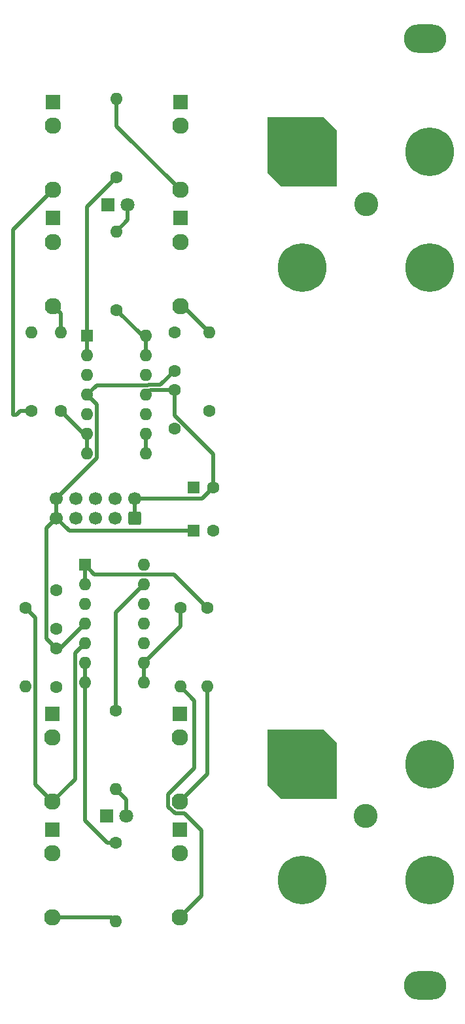
<source format=gbr>
%TF.GenerationSoftware,KiCad,Pcbnew,8.0.7*%
%TF.CreationDate,2025-01-06T00:46:59+00:00*%
%TF.ProjectId,multbuf,6d756c74-6275-4662-9e6b-696361645f70,rev?*%
%TF.SameCoordinates,Original*%
%TF.FileFunction,Copper,L1,Top*%
%TF.FilePolarity,Positive*%
%FSLAX46Y46*%
G04 Gerber Fmt 4.6, Leading zero omitted, Abs format (unit mm)*
G04 Created by KiCad (PCBNEW 8.0.7) date 2025-01-06 00:46:59*
%MOMM*%
%LPD*%
G01*
G04 APERTURE LIST*
G04 Aperture macros list*
%AMRoundRect*
0 Rectangle with rounded corners*
0 $1 Rounding radius*
0 $2 $3 $4 $5 $6 $7 $8 $9 X,Y pos of 4 corners*
0 Add a 4 corners polygon primitive as box body*
4,1,4,$2,$3,$4,$5,$6,$7,$8,$9,$2,$3,0*
0 Add four circle primitives for the rounded corners*
1,1,$1+$1,$2,$3*
1,1,$1+$1,$4,$5*
1,1,$1+$1,$6,$7*
1,1,$1+$1,$8,$9*
0 Add four rect primitives between the rounded corners*
20,1,$1+$1,$2,$3,$4,$5,0*
20,1,$1+$1,$4,$5,$6,$7,0*
20,1,$1+$1,$6,$7,$8,$9,0*
20,1,$1+$1,$8,$9,$2,$3,0*%
%AMOutline5P*
0 Free polygon, 5 corners , with rotation*
0 The origin of the aperture is its center*
0 number of corners: always 5*
0 $1 to $10 corner X, Y*
0 $11 Rotation angle, in degrees counterclockwise*
0 create outline with 5 corners*
4,1,5,$1,$2,$3,$4,$5,$6,$7,$8,$9,$10,$1,$2,$11*%
%AMOutline6P*
0 Free polygon, 6 corners , with rotation*
0 The origin of the aperture is its center*
0 number of corners: always 6*
0 $1 to $12 corner X, Y*
0 $13 Rotation angle, in degrees counterclockwise*
0 create outline with 6 corners*
4,1,6,$1,$2,$3,$4,$5,$6,$7,$8,$9,$10,$11,$12,$1,$2,$13*%
%AMOutline7P*
0 Free polygon, 7 corners , with rotation*
0 The origin of the aperture is its center*
0 number of corners: always 7*
0 $1 to $14 corner X, Y*
0 $15 Rotation angle, in degrees counterclockwise*
0 create outline with 7 corners*
4,1,7,$1,$2,$3,$4,$5,$6,$7,$8,$9,$10,$11,$12,$13,$14,$1,$2,$15*%
%AMOutline8P*
0 Free polygon, 8 corners , with rotation*
0 The origin of the aperture is its center*
0 number of corners: always 8*
0 $1 to $16 corner X, Y*
0 $17 Rotation angle, in degrees counterclockwise*
0 create outline with 8 corners*
4,1,8,$1,$2,$3,$4,$5,$6,$7,$8,$9,$10,$11,$12,$13,$14,$15,$16,$1,$2,$17*%
G04 Aperture macros list end*
%TA.AperFunction,ComponentPad*%
%ADD10RoundRect,0.250000X0.600000X-0.600000X0.600000X0.600000X-0.600000X0.600000X-0.600000X-0.600000X0*%
%TD*%
%TA.AperFunction,ComponentPad*%
%ADD11C,1.700000*%
%TD*%
%TA.AperFunction,ComponentPad*%
%ADD12C,1.600000*%
%TD*%
%TA.AperFunction,ComponentPad*%
%ADD13O,1.600000X1.600000*%
%TD*%
%TA.AperFunction,ComponentPad*%
%ADD14R,1.600000X1.600000*%
%TD*%
%TA.AperFunction,ComponentPad*%
%ADD15R,1.930000X1.830000*%
%TD*%
%TA.AperFunction,ComponentPad*%
%ADD16C,2.130000*%
%TD*%
%TA.AperFunction,ComponentPad*%
%ADD17C,3.100000*%
%TD*%
%TA.AperFunction,ComponentPad*%
%ADD18Outline6P,-4.500000X4.500000X2.700000X4.500000X4.500000X2.700000X4.500000X-4.500000X-2.700000X-4.500000X-4.500000X-2.700000X0.000000*%
%TD*%
%TA.AperFunction,ComponentPad*%
%ADD19C,6.300000*%
%TD*%
%TA.AperFunction,ComponentPad*%
%ADD20R,1.800000X1.800000*%
%TD*%
%TA.AperFunction,ComponentPad*%
%ADD21C,1.800000*%
%TD*%
%TA.AperFunction,ComponentPad*%
%ADD22O,5.500000X3.700000*%
%TD*%
%TA.AperFunction,Conductor*%
%ADD23C,0.500000*%
%TD*%
G04 APERTURE END LIST*
D10*
%TO.P,J1,1,Pin_1*%
%TO.N,-12VA*%
X64880000Y-99952500D03*
D11*
%TO.P,J1,2,Pin_2*%
X64880000Y-97412500D03*
%TO.P,J1,3,Pin_3*%
%TO.N,GND*%
X62340000Y-99952500D03*
%TO.P,J1,4,Pin_4*%
X62340000Y-97412500D03*
%TO.P,J1,5,Pin_5*%
X59800000Y-99952500D03*
%TO.P,J1,6,Pin_6*%
X59800000Y-97412500D03*
%TO.P,J1,7,Pin_7*%
X57260000Y-99952500D03*
%TO.P,J1,8,Pin_8*%
X57260000Y-97412500D03*
%TO.P,J1,9,Pin_9*%
%TO.N,+12VA*%
X54720000Y-99952500D03*
%TO.P,J1,10,Pin_10*%
X54720000Y-97412500D03*
%TD*%
D12*
%TO.P,C5,1*%
%TO.N,+12VA*%
X54700000Y-116800000D03*
%TO.P,C5,2*%
%TO.N,GND*%
X54700000Y-121800000D03*
%TD*%
D13*
%TO.P,U1,14*%
%TO.N,Net-(U1D--)*%
X66320000Y-76375000D03*
%TO.P,U1,13,-*%
X66320000Y-78915000D03*
%TO.P,U1,12,+*%
%TO.N,Net-(U1A-+)*%
X66320000Y-81455000D03*
%TO.P,U1,11,V-*%
%TO.N,-12VA*%
X66320000Y-83995000D03*
%TO.P,U1,10,+*%
%TO.N,Net-(U1A-+)*%
X66320000Y-86535000D03*
%TO.P,U1,9,-*%
%TO.N,Net-(U1C--)*%
X66320000Y-89075000D03*
%TO.P,U1,8*%
X66320000Y-91615000D03*
%TO.P,U1,7*%
%TO.N,Net-(U1B--)*%
X58700000Y-91615000D03*
%TO.P,U1,6,-*%
X58700000Y-89075000D03*
%TO.P,U1,5,+*%
%TO.N,Net-(U1A-+)*%
X58700000Y-86535000D03*
%TO.P,U1,4,V+*%
%TO.N,+12VA*%
X58700000Y-83995000D03*
%TO.P,U1,3,+*%
%TO.N,Net-(U1A-+)*%
X58700000Y-81455000D03*
%TO.P,U1,2,-*%
%TO.N,Net-(U1A--)*%
X58700000Y-78915000D03*
D14*
%TO.P,U1,1*%
X58700000Y-76375000D03*
%TD*%
D15*
%TO.P,J6,S*%
%TO.N,GND*%
X54200000Y-125250000D03*
D16*
%TO.P,J6,T*%
%TO.N,Net-(U2A-+)*%
X54200000Y-136650000D03*
%TO.P,J6,TN*%
%TO.N,N/C*%
X54200000Y-128350000D03*
%TD*%
D17*
%TO.P,D1Hp,1,KA*%
%TO.N,GND*%
X94730000Y-138500000D03*
%TD*%
D12*
%TO.P,R6,1*%
%TO.N,Net-(U2A-+)*%
X50750000Y-111590000D03*
D13*
%TO.P,R6,2*%
%TO.N,GND*%
X50750000Y-121750000D03*
%TD*%
D15*
%TO.P,J9,S*%
%TO.N,GND*%
X70700000Y-140250000D03*
D16*
%TO.P,J9,T*%
%TO.N,Net-(J9-PadT)*%
X70700000Y-151650000D03*
%TO.P,J9,TN*%
%TO.N,N/C*%
X70700000Y-143350000D03*
%TD*%
D18*
%TO.P,JJ1,1*%
%TO.N,N/C*%
X86550000Y-52520000D03*
%TD*%
D19*
%TO.P,JJ2,1*%
%TO.N,N/C*%
X103050000Y-52520000D03*
%TD*%
%TO.P,JJ3,1*%
%TO.N,N/C*%
X86500000Y-146770000D03*
%TD*%
D15*
%TO.P,J7,S*%
%TO.N,GND*%
X70700000Y-125250000D03*
D16*
%TO.P,J7,T*%
%TO.N,Net-(J7-PadT)*%
X70700000Y-136650000D03*
%TO.P,J7,TN*%
%TO.N,N/C*%
X70700000Y-128350000D03*
%TD*%
D15*
%TO.P,J8,S*%
%TO.N,GND*%
X54200000Y-140250000D03*
D16*
%TO.P,J8,T*%
%TO.N,Net-(J8-PadT)*%
X54200000Y-151650000D03*
%TO.P,J8,TN*%
%TO.N,N/C*%
X54200000Y-143350000D03*
%TD*%
D18*
%TO.P,JJ1,1*%
%TO.N,N/C*%
X86500000Y-131770000D03*
%TD*%
D19*
%TO.P,JJ3,1*%
%TO.N,N/C*%
X86500000Y-67540000D03*
%TD*%
%TO.P,JJ4,1*%
%TO.N,N/C*%
X103000000Y-146770000D03*
%TD*%
D14*
%TO.P,C1,1*%
%TO.N,GND*%
X72500000Y-96000000D03*
D12*
%TO.P,C1,2*%
%TO.N,-12VA*%
X75000000Y-96000000D03*
%TD*%
D20*
%TO.P,D2,1,KA*%
%TO.N,GND*%
X61230000Y-138500000D03*
D21*
%TO.P,D2,2,AK*%
%TO.N,Net-(D2-AK)*%
X63770000Y-138500000D03*
%TD*%
D15*
%TO.P,J3,S*%
%TO.N,GND*%
X70750000Y-46100000D03*
D16*
%TO.P,J3,T*%
%TO.N,Net-(J3-PadT)*%
X70750000Y-57500000D03*
%TO.P,J3,TN*%
%TO.N,N/C*%
X70750000Y-49200000D03*
%TD*%
D12*
%TO.P,C4,2*%
%TO.N,-12VA*%
X70000000Y-83400000D03*
%TO.P,C4,1*%
%TO.N,GND*%
X70000000Y-88400000D03*
%TD*%
D17*
%TO.P,D1Hp,1,KA*%
%TO.N,GND*%
X94800000Y-59300000D03*
%TD*%
D12*
%TO.P,R10,1*%
%TO.N,Net-(U2C--)*%
X70750000Y-111540000D03*
D13*
%TO.P,R10,2*%
%TO.N,Net-(J9-PadT)*%
X70750000Y-121700000D03*
%TD*%
D15*
%TO.P,J5,S*%
%TO.N,GND*%
X70750000Y-61100000D03*
D16*
%TO.P,J5,T*%
%TO.N,Net-(J5-PadT)*%
X70750000Y-72500000D03*
%TO.P,J5,TN*%
%TO.N,N/C*%
X70750000Y-64200000D03*
%TD*%
D12*
%TO.P,R3,1*%
%TO.N,Net-(U1A--)*%
X62500000Y-55830000D03*
D13*
%TO.P,R3,2*%
%TO.N,Net-(J3-PadT)*%
X62500000Y-45670000D03*
%TD*%
%TO.P,R9,2*%
%TO.N,Net-(J8-PadT)*%
X62400000Y-152160000D03*
D12*
%TO.P,R9,1*%
%TO.N,Net-(U2B--)*%
X62400000Y-142000000D03*
%TD*%
%TO.P,C6,1*%
%TO.N,GND*%
X54700000Y-114300000D03*
%TO.P,C6,2*%
%TO.N,-12VA*%
X54700000Y-109300000D03*
%TD*%
%TO.P,R8,1*%
%TO.N,Net-(U2A--)*%
X74250000Y-111540000D03*
D13*
%TO.P,R8,2*%
%TO.N,Net-(J7-PadT)*%
X74250000Y-121700000D03*
%TD*%
D12*
%TO.P,C3,1*%
%TO.N,+12VA*%
X70000000Y-80900000D03*
%TO.P,C3,2*%
%TO.N,GND*%
X70000000Y-75900000D03*
%TD*%
%TO.P,R1,1*%
%TO.N,Net-(U1A-+)*%
X51500000Y-86080000D03*
D13*
%TO.P,R1,2*%
%TO.N,GND*%
X51500000Y-75920000D03*
%TD*%
D12*
%TO.P,R7,1*%
%TO.N,Net-(U2D--)*%
X62400000Y-124820000D03*
D13*
%TO.P,R7,2*%
%TO.N,Net-(D2-AK)*%
X62400000Y-134980000D03*
%TD*%
D15*
%TO.P,J2,S*%
%TO.N,GND*%
X54250000Y-46100000D03*
D16*
%TO.P,J2,T*%
%TO.N,Net-(U1A-+)*%
X54250000Y-57500000D03*
%TO.P,J2,TN*%
%TO.N,N/C*%
X54250000Y-49200000D03*
%TD*%
D14*
%TO.P,U2,1*%
%TO.N,Net-(U2A--)*%
X58380000Y-106000000D03*
D13*
%TO.P,U2,2,-*%
X58380000Y-108540000D03*
%TO.P,U2,3,+*%
%TO.N,Net-(U2A-+)*%
X58380000Y-111080000D03*
%TO.P,U2,4,V+*%
%TO.N,+12VA*%
X58380000Y-113620000D03*
%TO.P,U2,5,+*%
%TO.N,Net-(U2A-+)*%
X58380000Y-116160000D03*
%TO.P,U2,6,-*%
%TO.N,Net-(U2B--)*%
X58380000Y-118700000D03*
%TO.P,U2,7*%
X58380000Y-121240000D03*
%TO.P,U2,8*%
%TO.N,Net-(U2C--)*%
X66000000Y-121240000D03*
%TO.P,U2,9,-*%
X66000000Y-118700000D03*
%TO.P,U2,10,+*%
%TO.N,Net-(U2A-+)*%
X66000000Y-116160000D03*
%TO.P,U2,11,V-*%
%TO.N,-12VA*%
X66000000Y-113620000D03*
%TO.P,U2,12,+*%
%TO.N,Net-(U2A-+)*%
X66000000Y-111080000D03*
%TO.P,U2,13,-*%
%TO.N,Net-(U2D--)*%
X66000000Y-108540000D03*
%TO.P,U2,14*%
X66000000Y-106000000D03*
%TD*%
D19*
%TO.P,JJ2,1*%
%TO.N,N/C*%
X103000000Y-131770000D03*
%TD*%
%TO.P,JJ4,1*%
%TO.N,N/C*%
X103050000Y-67520000D03*
%TD*%
D15*
%TO.P,J4,S*%
%TO.N,GND*%
X54250000Y-61100000D03*
D16*
%TO.P,J4,T*%
%TO.N,Net-(J4-PadT)*%
X54250000Y-72500000D03*
%TO.P,J4,TN*%
%TO.N,N/C*%
X54250000Y-64200000D03*
%TD*%
D12*
%TO.P,R2,1*%
%TO.N,Net-(U1D--)*%
X62500000Y-73000000D03*
D13*
%TO.P,R2,2*%
%TO.N,Net-(D1-AK)*%
X62500000Y-62840000D03*
%TD*%
D12*
%TO.P,R4,1*%
%TO.N,Net-(U1B--)*%
X55250000Y-86080000D03*
D13*
%TO.P,R4,2*%
%TO.N,Net-(J4-PadT)*%
X55250000Y-75920000D03*
%TD*%
D12*
%TO.P,R5,1*%
%TO.N,Net-(U1C--)*%
X74500000Y-86080000D03*
D13*
%TO.P,R5,2*%
%TO.N,Net-(J5-PadT)*%
X74500000Y-75920000D03*
%TD*%
D20*
%TO.P,D1,1,KA*%
%TO.N,GND*%
X61410000Y-59400000D03*
D21*
%TO.P,D1,2,AK*%
%TO.N,Net-(D1-AK)*%
X63950000Y-59400000D03*
%TD*%
D14*
%TO.P,C2,1*%
%TO.N,+12VA*%
X72500000Y-101600000D03*
D12*
%TO.P,C2,2*%
%TO.N,GND*%
X75000000Y-101600000D03*
%TD*%
D22*
%TO.P,,1*%
%TO.N,N/C*%
X102440000Y-37905000D03*
%TD*%
%TO.P,,1*%
%TO.N,N/C*%
X102440000Y-160405000D03*
%TD*%
D23*
%TO.N,Net-(U2A-+)*%
X54200000Y-136650000D02*
X52000000Y-134450000D01*
X52000000Y-134450000D02*
X52000000Y-112840000D01*
X52000000Y-112840000D02*
X50750000Y-111590000D01*
X54200000Y-136650000D02*
X57130000Y-133720000D01*
X57130000Y-133720000D02*
X57130000Y-117410000D01*
X57130000Y-117410000D02*
X58380000Y-116160000D01*
%TO.N,Net-(U2A--)*%
X58380000Y-108540000D02*
X58380000Y-106000000D01*
X74250000Y-111540000D02*
X69960000Y-107250000D01*
X69960000Y-107250000D02*
X59630000Y-107250000D01*
X59630000Y-107250000D02*
X58380000Y-106000000D01*
%TO.N,Net-(U2C--)*%
X66000000Y-118700000D02*
X70750000Y-113950000D01*
X70750000Y-113950000D02*
X70750000Y-111540000D01*
X66000000Y-118700000D02*
X66000000Y-121240000D01*
%TO.N,Net-(U2B--)*%
X58380000Y-118700000D02*
X58380000Y-121240000D01*
X62400000Y-142000000D02*
X61268630Y-142000000D01*
X61268630Y-142000000D02*
X58380000Y-139111370D01*
X58380000Y-139111370D02*
X58380000Y-121240000D01*
%TO.N,Net-(J8-PadT)*%
X54200000Y-151650000D02*
X61890000Y-151650000D01*
X61890000Y-151650000D02*
X62400000Y-152160000D01*
%TO.N,Net-(J9-PadT)*%
X70700000Y-151650000D02*
X73500000Y-148850000D01*
X70072466Y-138165000D02*
X69185000Y-137277534D01*
X73500000Y-148850000D02*
X73500000Y-140337466D01*
X73500000Y-140337466D02*
X71327534Y-138165000D01*
X71327534Y-138165000D02*
X70072466Y-138165000D01*
X69185000Y-137277534D02*
X69185000Y-135720289D01*
X69185000Y-135720289D02*
X72600000Y-132305289D01*
X72600000Y-132305289D02*
X72600000Y-123550000D01*
X72600000Y-123550000D02*
X70750000Y-121700000D01*
%TO.N,Net-(J7-PadT)*%
X70700000Y-136650000D02*
X74250000Y-133100000D01*
X74250000Y-133100000D02*
X74250000Y-121700000D01*
%TO.N,Net-(U2D--)*%
X62400000Y-124820000D02*
X62400000Y-112140000D01*
X62400000Y-112140000D02*
X66000000Y-108540000D01*
%TO.N,Net-(D2-AK)*%
X63770000Y-138500000D02*
X63770000Y-136350000D01*
X63770000Y-136350000D02*
X62400000Y-134980000D01*
%TO.N,+12VA*%
X54700000Y-116800000D02*
X55200000Y-116800000D01*
X55200000Y-116800000D02*
X58380000Y-113620000D01*
X54720000Y-99952500D02*
X53450000Y-101222500D01*
X53450000Y-101222500D02*
X53450000Y-115550000D01*
X53450000Y-115550000D02*
X54700000Y-116800000D01*
X72500000Y-101600000D02*
X56367500Y-101600000D01*
X56367500Y-101600000D02*
X54720000Y-99952500D01*
%TO.N,Net-(U1A-+)*%
X49100000Y-62650000D02*
X49100000Y-86600000D01*
X54250000Y-57500000D02*
X49100000Y-62650000D01*
X49100000Y-86600000D02*
X49500000Y-86600000D01*
X49500000Y-86600000D02*
X50020000Y-86080000D01*
X50020000Y-86080000D02*
X51500000Y-86080000D01*
%TO.N,Net-(J3-PadT)*%
X70750000Y-57500000D02*
X62500000Y-49250000D01*
X62500000Y-49250000D02*
X62500000Y-45670000D01*
%TO.N,Net-(J4-PadT)*%
X55250000Y-75920000D02*
X55250000Y-73500000D01*
X55250000Y-73500000D02*
X54250000Y-72500000D01*
%TO.N,Net-(U1B--)*%
X58700000Y-89075000D02*
X58245000Y-89075000D01*
X58245000Y-89075000D02*
X55250000Y-86080000D01*
X58700000Y-91615000D02*
X58700000Y-89075000D01*
%TO.N,Net-(U1C--)*%
X66320000Y-91615000D02*
X66320000Y-89075000D01*
%TO.N,Net-(J5-PadT)*%
X74500000Y-75920000D02*
X71080000Y-72500000D01*
X71080000Y-72500000D02*
X70750000Y-72500000D01*
%TO.N,+12VA*%
X70000000Y-80900000D02*
X68200000Y-82700000D01*
X68200000Y-82700000D02*
X66625050Y-82700000D01*
X66625050Y-82700000D02*
X66580050Y-82745000D01*
X66580050Y-82745000D02*
X59950000Y-82745000D01*
X59950000Y-82745000D02*
X58700000Y-83995000D01*
%TO.N,Net-(U1A--)*%
X58700000Y-76375000D02*
X58700000Y-59630000D01*
X58700000Y-59630000D02*
X62500000Y-55830000D01*
X58700000Y-78915000D02*
X58700000Y-76375000D01*
%TO.N,Net-(U1D--)*%
X66320000Y-76375000D02*
X66320000Y-78915000D01*
X62500000Y-73000000D02*
X65875000Y-76375000D01*
X65875000Y-76375000D02*
X66320000Y-76375000D01*
%TO.N,Net-(D1-AK)*%
X63950000Y-59400000D02*
X63950000Y-61390000D01*
X63950000Y-61390000D02*
X62500000Y-62840000D01*
%TO.N,+12VA*%
X54720000Y-97412500D02*
X59950000Y-92182500D01*
X59950000Y-92182500D02*
X59950000Y-85245000D01*
X59950000Y-85245000D02*
X58700000Y-83995000D01*
%TO.N,-12VA*%
X70000000Y-83400000D02*
X66915000Y-83400000D01*
X66915000Y-83400000D02*
X66320000Y-83995000D01*
X75000000Y-96000000D02*
X75000000Y-91632233D01*
X75000000Y-91632233D02*
X70000000Y-86632233D01*
X70000000Y-86632233D02*
X70000000Y-83400000D01*
X64880000Y-97412500D02*
X73587500Y-97412500D01*
X73587500Y-97412500D02*
X75000000Y-96000000D01*
X64880000Y-99952500D02*
X64880000Y-97412500D01*
%TO.N,+12VA*%
X54720000Y-99952500D02*
X54720000Y-97412500D01*
%TD*%
M02*

</source>
